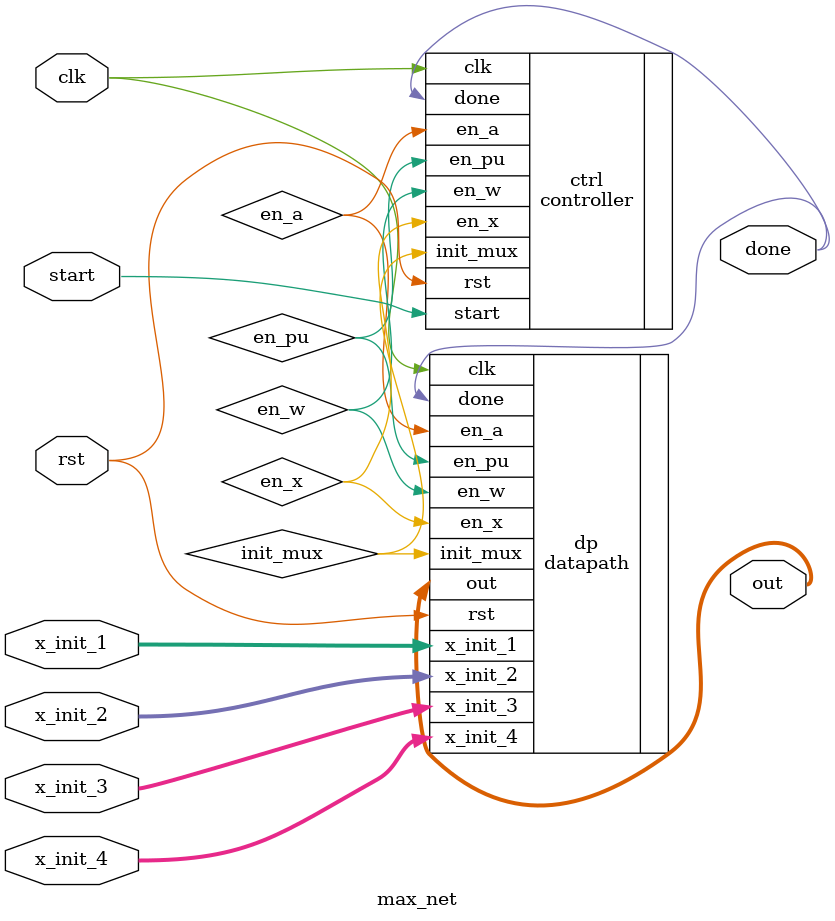
<source format=v>
`timescale 1ns/1ns

module max_net(clk, rst, start, x_init_1, x_init_2, x_init_3, x_init_4, done, out);

    input clk, rst, start;
    input [31:0]  x_init_1, x_init_2, x_init_3, x_init_4;

    output done;
    output [3:0] out;

    wire en_x, en_w, init_mux, en_pu, en_a;

    controller ctrl(
        .clk(clk), 
        .rst(rst), 
        .start(start),
        .done(done), 
        .en_x(en_x), 
        .en_w(en_w), 
        .init_mux(init_mux), 
        .en_pu(en_pu), 
        .en_a(en_a)
    );

    datapath dp(
        .clk(clk), 
        .rst(rst), 
        .init_mux(init_mux), 
        .en_x(en_x), 
        .en_w(en_w), 
        .en_pu(en_pu), 
        .en_a(en_a), 
        .x_init_1(x_init_1), 
        .x_init_2(x_init_2), 
        .x_init_3(x_init_3), 
        .x_init_4(x_init_4), 
        .done(done), 
        .out(out)
    );



endmodule

</source>
